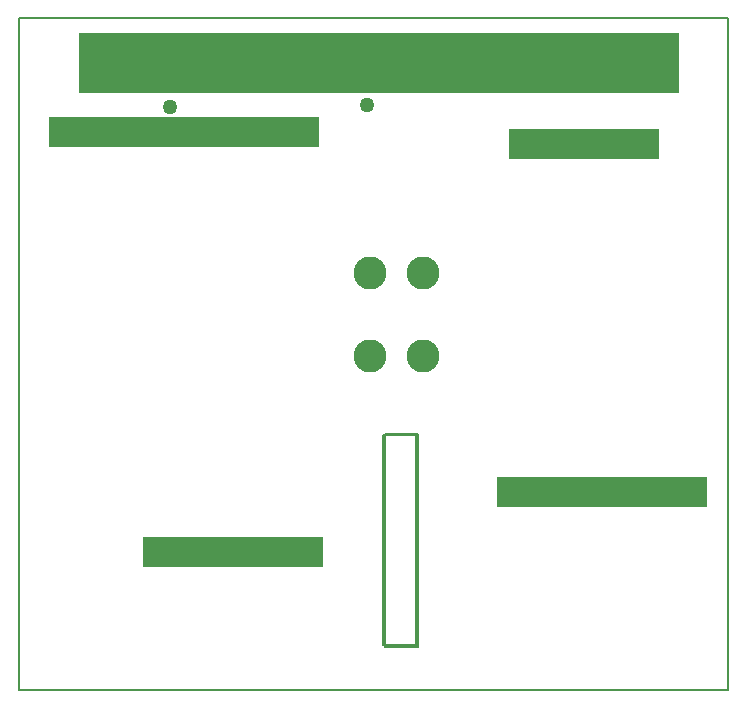
<source format=gbr>
G04 PROTEUS RS274X GERBER FILE*
%FSLAX24Y24*%
%MOIN*%
%ADD17C,0.0500*%
%ADD18R,0.1000X0.1000*%
%ADD19C,0.1100*%
%ADD10C,0.0080*%
G54D17*
X-18400Y+19600D03*
X-24950Y+19550D03*
G54D18*
X-28500Y+18700D03*
X-27500Y+18700D03*
X-26500Y+18700D03*
X-25500Y+18700D03*
X-24500Y+18700D03*
X-23500Y+18700D03*
X-22500Y+18700D03*
X-21500Y+18700D03*
X-20500Y+18700D03*
X-27500Y+20500D03*
X-26500Y+20500D03*
X-25500Y+20500D03*
X-24500Y+20500D03*
X-23500Y+20500D03*
X-22500Y+20500D03*
X-21500Y+20500D03*
X-20500Y+20500D03*
X-19500Y+20500D03*
X-18500Y+20500D03*
X-27500Y+21500D03*
X-26500Y+21500D03*
X-25500Y+21500D03*
X-24500Y+21500D03*
X-23500Y+21500D03*
X-22500Y+21500D03*
X-21500Y+21500D03*
X-20500Y+21500D03*
X-19500Y+21500D03*
X-18500Y+21500D03*
X-17500Y+20500D03*
X-16500Y+20500D03*
X-15500Y+20500D03*
X-14500Y+20500D03*
X-13500Y+20500D03*
X-12500Y+20500D03*
X-11500Y+20500D03*
X-10500Y+20500D03*
X-9500Y+20500D03*
X-8500Y+20500D03*
X-17500Y+21500D03*
X-16500Y+21500D03*
X-15500Y+21500D03*
X-14500Y+21500D03*
X-13500Y+21500D03*
X-12500Y+21500D03*
X-11500Y+21500D03*
X-10500Y+21500D03*
X-9500Y+21500D03*
X-8500Y+21500D03*
X-13150Y+18300D03*
X-12150Y+18300D03*
X-11150Y+18300D03*
X-10150Y+18300D03*
X-9150Y+18300D03*
X-13550Y+6700D03*
X-12550Y+6700D03*
X-11550Y+6700D03*
X-10550Y+6700D03*
X-9550Y+6700D03*
X-8550Y+6700D03*
X-7550Y+6700D03*
X-25350Y+4700D03*
X-24350Y+4700D03*
X-23350Y+4700D03*
X-22350Y+4700D03*
X-21350Y+4700D03*
X-20350Y+4700D03*
G54D19*
X-16528Y+14005D03*
X-16528Y+11250D03*
X-18300Y+14005D03*
X-18300Y+11250D03*
G54D10*
X-29996Y+105D02*
X-6353Y+105D01*
X-6353Y+22494D01*
X-29996Y+22494D01*
X-29996Y+105D01*
X-17850Y+1600D02*
X-16750Y+1600D01*
X-16750Y+8600D01*
X-17850Y+8600D01*
X-17850Y+1600D01*
X-17800Y+1550D02*
X-16700Y+1550D01*
X-16700Y+8650D01*
X-17800Y+8650D01*
X-17800Y+1550D01*
M00*

</source>
